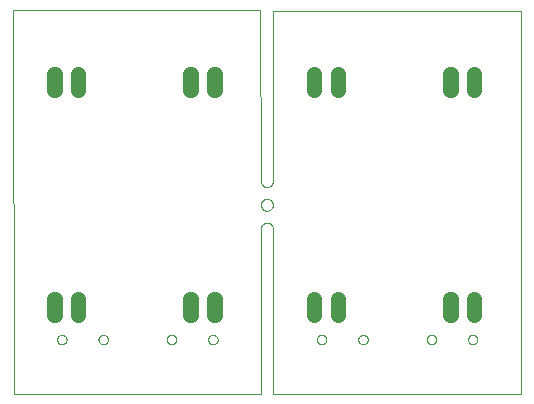
<source format=gbp>
G75*
%MOIN*%
%OFA0B0*%
%FSLAX25Y25*%
%IPPOS*%
%LPD*%
%AMOC8*
5,1,8,0,0,1.08239X$1,22.5*
%
%ADD10C,0.00394*%
%ADD11C,0.00000*%
%ADD12C,0.04500*%
D10*
X0001394Y0001197D02*
X0001197Y0129031D01*
X0083559Y0129031D01*
X0083756Y0072063D01*
X0083755Y0072063D02*
X0083757Y0071976D01*
X0083763Y0071889D01*
X0083772Y0071802D01*
X0083786Y0071716D01*
X0083803Y0071631D01*
X0083824Y0071546D01*
X0083849Y0071463D01*
X0083877Y0071380D01*
X0083909Y0071299D01*
X0083945Y0071220D01*
X0083984Y0071142D01*
X0084026Y0071066D01*
X0084072Y0070992D01*
X0084121Y0070920D01*
X0084173Y0070850D01*
X0084228Y0070783D01*
X0084286Y0070718D01*
X0084347Y0070655D01*
X0084411Y0070596D01*
X0084477Y0070539D01*
X0084546Y0070486D01*
X0084617Y0070435D01*
X0084690Y0070388D01*
X0084765Y0070343D01*
X0084842Y0070303D01*
X0084920Y0070265D01*
X0085001Y0070232D01*
X0085082Y0070201D01*
X0085165Y0070175D01*
X0085250Y0070152D01*
X0085335Y0070133D01*
X0085420Y0070118D01*
X0085507Y0070106D01*
X0085593Y0070098D01*
X0085680Y0070094D01*
X0085768Y0070094D01*
X0085855Y0070098D01*
X0085941Y0070106D01*
X0086028Y0070118D01*
X0086113Y0070133D01*
X0086198Y0070152D01*
X0086283Y0070175D01*
X0086366Y0070201D01*
X0086447Y0070232D01*
X0086528Y0070265D01*
X0086606Y0070303D01*
X0086683Y0070343D01*
X0086758Y0070388D01*
X0086831Y0070435D01*
X0086902Y0070486D01*
X0086971Y0070539D01*
X0087037Y0070596D01*
X0087101Y0070655D01*
X0087162Y0070718D01*
X0087220Y0070783D01*
X0087275Y0070850D01*
X0087327Y0070920D01*
X0087376Y0070992D01*
X0087422Y0071066D01*
X0087464Y0071142D01*
X0087503Y0071220D01*
X0087539Y0071299D01*
X0087571Y0071380D01*
X0087599Y0071463D01*
X0087624Y0071546D01*
X0087645Y0071631D01*
X0087662Y0071716D01*
X0087676Y0071802D01*
X0087685Y0071889D01*
X0087691Y0071976D01*
X0087693Y0072063D01*
X0087693Y0128874D01*
X0170370Y0128874D01*
X0170370Y0001197D01*
X0087693Y0001197D01*
X0087693Y0056315D01*
X0087691Y0056402D01*
X0087685Y0056489D01*
X0087676Y0056576D01*
X0087662Y0056662D01*
X0087645Y0056747D01*
X0087624Y0056832D01*
X0087599Y0056915D01*
X0087571Y0056998D01*
X0087539Y0057079D01*
X0087503Y0057158D01*
X0087464Y0057236D01*
X0087422Y0057312D01*
X0087376Y0057386D01*
X0087327Y0057458D01*
X0087275Y0057528D01*
X0087220Y0057595D01*
X0087162Y0057660D01*
X0087101Y0057723D01*
X0087037Y0057782D01*
X0086971Y0057839D01*
X0086902Y0057892D01*
X0086831Y0057943D01*
X0086758Y0057990D01*
X0086683Y0058035D01*
X0086606Y0058075D01*
X0086528Y0058113D01*
X0086447Y0058146D01*
X0086366Y0058177D01*
X0086283Y0058203D01*
X0086198Y0058226D01*
X0086113Y0058245D01*
X0086028Y0058260D01*
X0085941Y0058272D01*
X0085855Y0058280D01*
X0085768Y0058284D01*
X0085680Y0058284D01*
X0085593Y0058280D01*
X0085507Y0058272D01*
X0085420Y0058260D01*
X0085335Y0058245D01*
X0085250Y0058226D01*
X0085165Y0058203D01*
X0085082Y0058177D01*
X0085001Y0058146D01*
X0084920Y0058113D01*
X0084842Y0058075D01*
X0084765Y0058035D01*
X0084690Y0057990D01*
X0084617Y0057943D01*
X0084546Y0057892D01*
X0084477Y0057839D01*
X0084411Y0057782D01*
X0084347Y0057723D01*
X0084286Y0057660D01*
X0084228Y0057595D01*
X0084173Y0057528D01*
X0084121Y0057458D01*
X0084072Y0057386D01*
X0084026Y0057312D01*
X0083984Y0057236D01*
X0083945Y0057158D01*
X0083909Y0057079D01*
X0083877Y0056998D01*
X0083849Y0056915D01*
X0083824Y0056832D01*
X0083803Y0056747D01*
X0083786Y0056662D01*
X0083772Y0056576D01*
X0083763Y0056489D01*
X0083757Y0056402D01*
X0083755Y0056315D01*
X0083756Y0056315D02*
X0083756Y0001197D01*
X0001394Y0001197D01*
X0083755Y0064189D02*
X0083757Y0064277D01*
X0083763Y0064365D01*
X0083773Y0064453D01*
X0083787Y0064541D01*
X0083804Y0064627D01*
X0083826Y0064713D01*
X0083851Y0064797D01*
X0083881Y0064881D01*
X0083913Y0064963D01*
X0083950Y0065043D01*
X0083990Y0065122D01*
X0084034Y0065199D01*
X0084081Y0065274D01*
X0084131Y0065346D01*
X0084185Y0065417D01*
X0084241Y0065484D01*
X0084301Y0065550D01*
X0084363Y0065612D01*
X0084429Y0065672D01*
X0084496Y0065728D01*
X0084567Y0065782D01*
X0084639Y0065832D01*
X0084714Y0065879D01*
X0084791Y0065923D01*
X0084870Y0065963D01*
X0084950Y0066000D01*
X0085032Y0066032D01*
X0085116Y0066062D01*
X0085200Y0066087D01*
X0085286Y0066109D01*
X0085372Y0066126D01*
X0085460Y0066140D01*
X0085548Y0066150D01*
X0085636Y0066156D01*
X0085724Y0066158D01*
X0085812Y0066156D01*
X0085900Y0066150D01*
X0085988Y0066140D01*
X0086076Y0066126D01*
X0086162Y0066109D01*
X0086248Y0066087D01*
X0086332Y0066062D01*
X0086416Y0066032D01*
X0086498Y0066000D01*
X0086578Y0065963D01*
X0086657Y0065923D01*
X0086734Y0065879D01*
X0086809Y0065832D01*
X0086881Y0065782D01*
X0086952Y0065728D01*
X0087019Y0065672D01*
X0087085Y0065612D01*
X0087147Y0065550D01*
X0087207Y0065484D01*
X0087263Y0065417D01*
X0087317Y0065346D01*
X0087367Y0065274D01*
X0087414Y0065199D01*
X0087458Y0065122D01*
X0087498Y0065043D01*
X0087535Y0064963D01*
X0087567Y0064881D01*
X0087597Y0064797D01*
X0087622Y0064713D01*
X0087644Y0064627D01*
X0087661Y0064541D01*
X0087675Y0064453D01*
X0087685Y0064365D01*
X0087691Y0064277D01*
X0087693Y0064189D01*
X0087691Y0064101D01*
X0087685Y0064013D01*
X0087675Y0063925D01*
X0087661Y0063837D01*
X0087644Y0063751D01*
X0087622Y0063665D01*
X0087597Y0063581D01*
X0087567Y0063497D01*
X0087535Y0063415D01*
X0087498Y0063335D01*
X0087458Y0063256D01*
X0087414Y0063179D01*
X0087367Y0063104D01*
X0087317Y0063032D01*
X0087263Y0062961D01*
X0087207Y0062894D01*
X0087147Y0062828D01*
X0087085Y0062766D01*
X0087019Y0062706D01*
X0086952Y0062650D01*
X0086881Y0062596D01*
X0086809Y0062546D01*
X0086734Y0062499D01*
X0086657Y0062455D01*
X0086578Y0062415D01*
X0086498Y0062378D01*
X0086416Y0062346D01*
X0086332Y0062316D01*
X0086248Y0062291D01*
X0086162Y0062269D01*
X0086076Y0062252D01*
X0085988Y0062238D01*
X0085900Y0062228D01*
X0085812Y0062222D01*
X0085724Y0062220D01*
X0085636Y0062222D01*
X0085548Y0062228D01*
X0085460Y0062238D01*
X0085372Y0062252D01*
X0085286Y0062269D01*
X0085200Y0062291D01*
X0085116Y0062316D01*
X0085032Y0062346D01*
X0084950Y0062378D01*
X0084870Y0062415D01*
X0084791Y0062455D01*
X0084714Y0062499D01*
X0084639Y0062546D01*
X0084567Y0062596D01*
X0084496Y0062650D01*
X0084429Y0062706D01*
X0084363Y0062766D01*
X0084301Y0062828D01*
X0084241Y0062894D01*
X0084185Y0062961D01*
X0084131Y0063032D01*
X0084081Y0063104D01*
X0084034Y0063179D01*
X0083990Y0063256D01*
X0083950Y0063335D01*
X0083913Y0063415D01*
X0083881Y0063497D01*
X0083851Y0063581D01*
X0083826Y0063665D01*
X0083804Y0063751D01*
X0083787Y0063837D01*
X0083773Y0063925D01*
X0083763Y0064013D01*
X0083757Y0064101D01*
X0083755Y0064189D01*
D11*
X0066157Y0019268D02*
X0066159Y0019347D01*
X0066165Y0019426D01*
X0066175Y0019505D01*
X0066189Y0019583D01*
X0066206Y0019660D01*
X0066228Y0019736D01*
X0066253Y0019811D01*
X0066283Y0019884D01*
X0066315Y0019956D01*
X0066352Y0020027D01*
X0066392Y0020095D01*
X0066435Y0020161D01*
X0066481Y0020225D01*
X0066531Y0020287D01*
X0066584Y0020346D01*
X0066639Y0020402D01*
X0066698Y0020456D01*
X0066759Y0020506D01*
X0066822Y0020554D01*
X0066888Y0020598D01*
X0066956Y0020639D01*
X0067026Y0020676D01*
X0067097Y0020710D01*
X0067171Y0020740D01*
X0067245Y0020766D01*
X0067321Y0020788D01*
X0067398Y0020807D01*
X0067476Y0020822D01*
X0067554Y0020833D01*
X0067633Y0020840D01*
X0067712Y0020843D01*
X0067791Y0020842D01*
X0067870Y0020837D01*
X0067949Y0020828D01*
X0068027Y0020815D01*
X0068104Y0020798D01*
X0068181Y0020778D01*
X0068256Y0020753D01*
X0068330Y0020725D01*
X0068403Y0020693D01*
X0068473Y0020658D01*
X0068542Y0020619D01*
X0068609Y0020576D01*
X0068674Y0020530D01*
X0068736Y0020482D01*
X0068796Y0020430D01*
X0068853Y0020375D01*
X0068907Y0020317D01*
X0068958Y0020257D01*
X0069006Y0020194D01*
X0069051Y0020129D01*
X0069093Y0020061D01*
X0069131Y0019992D01*
X0069165Y0019921D01*
X0069196Y0019848D01*
X0069224Y0019773D01*
X0069247Y0019698D01*
X0069267Y0019621D01*
X0069283Y0019544D01*
X0069295Y0019465D01*
X0069303Y0019387D01*
X0069307Y0019308D01*
X0069307Y0019228D01*
X0069303Y0019149D01*
X0069295Y0019071D01*
X0069283Y0018992D01*
X0069267Y0018915D01*
X0069247Y0018838D01*
X0069224Y0018763D01*
X0069196Y0018688D01*
X0069165Y0018615D01*
X0069131Y0018544D01*
X0069093Y0018475D01*
X0069051Y0018407D01*
X0069006Y0018342D01*
X0068958Y0018279D01*
X0068907Y0018219D01*
X0068853Y0018161D01*
X0068796Y0018106D01*
X0068736Y0018054D01*
X0068674Y0018006D01*
X0068609Y0017960D01*
X0068542Y0017917D01*
X0068473Y0017878D01*
X0068403Y0017843D01*
X0068330Y0017811D01*
X0068256Y0017783D01*
X0068181Y0017758D01*
X0068104Y0017738D01*
X0068027Y0017721D01*
X0067949Y0017708D01*
X0067870Y0017699D01*
X0067791Y0017694D01*
X0067712Y0017693D01*
X0067633Y0017696D01*
X0067554Y0017703D01*
X0067476Y0017714D01*
X0067398Y0017729D01*
X0067321Y0017748D01*
X0067245Y0017770D01*
X0067171Y0017796D01*
X0067097Y0017826D01*
X0067026Y0017860D01*
X0066956Y0017897D01*
X0066888Y0017938D01*
X0066822Y0017982D01*
X0066759Y0018030D01*
X0066698Y0018080D01*
X0066639Y0018134D01*
X0066584Y0018190D01*
X0066531Y0018249D01*
X0066481Y0018311D01*
X0066435Y0018375D01*
X0066392Y0018441D01*
X0066352Y0018509D01*
X0066315Y0018580D01*
X0066283Y0018652D01*
X0066253Y0018725D01*
X0066228Y0018800D01*
X0066206Y0018876D01*
X0066189Y0018953D01*
X0066175Y0019031D01*
X0066165Y0019110D01*
X0066159Y0019189D01*
X0066157Y0019268D01*
X0052378Y0019268D02*
X0052380Y0019347D01*
X0052386Y0019426D01*
X0052396Y0019505D01*
X0052410Y0019583D01*
X0052427Y0019660D01*
X0052449Y0019736D01*
X0052474Y0019811D01*
X0052504Y0019884D01*
X0052536Y0019956D01*
X0052573Y0020027D01*
X0052613Y0020095D01*
X0052656Y0020161D01*
X0052702Y0020225D01*
X0052752Y0020287D01*
X0052805Y0020346D01*
X0052860Y0020402D01*
X0052919Y0020456D01*
X0052980Y0020506D01*
X0053043Y0020554D01*
X0053109Y0020598D01*
X0053177Y0020639D01*
X0053247Y0020676D01*
X0053318Y0020710D01*
X0053392Y0020740D01*
X0053466Y0020766D01*
X0053542Y0020788D01*
X0053619Y0020807D01*
X0053697Y0020822D01*
X0053775Y0020833D01*
X0053854Y0020840D01*
X0053933Y0020843D01*
X0054012Y0020842D01*
X0054091Y0020837D01*
X0054170Y0020828D01*
X0054248Y0020815D01*
X0054325Y0020798D01*
X0054402Y0020778D01*
X0054477Y0020753D01*
X0054551Y0020725D01*
X0054624Y0020693D01*
X0054694Y0020658D01*
X0054763Y0020619D01*
X0054830Y0020576D01*
X0054895Y0020530D01*
X0054957Y0020482D01*
X0055017Y0020430D01*
X0055074Y0020375D01*
X0055128Y0020317D01*
X0055179Y0020257D01*
X0055227Y0020194D01*
X0055272Y0020129D01*
X0055314Y0020061D01*
X0055352Y0019992D01*
X0055386Y0019921D01*
X0055417Y0019848D01*
X0055445Y0019773D01*
X0055468Y0019698D01*
X0055488Y0019621D01*
X0055504Y0019544D01*
X0055516Y0019465D01*
X0055524Y0019387D01*
X0055528Y0019308D01*
X0055528Y0019228D01*
X0055524Y0019149D01*
X0055516Y0019071D01*
X0055504Y0018992D01*
X0055488Y0018915D01*
X0055468Y0018838D01*
X0055445Y0018763D01*
X0055417Y0018688D01*
X0055386Y0018615D01*
X0055352Y0018544D01*
X0055314Y0018475D01*
X0055272Y0018407D01*
X0055227Y0018342D01*
X0055179Y0018279D01*
X0055128Y0018219D01*
X0055074Y0018161D01*
X0055017Y0018106D01*
X0054957Y0018054D01*
X0054895Y0018006D01*
X0054830Y0017960D01*
X0054763Y0017917D01*
X0054694Y0017878D01*
X0054624Y0017843D01*
X0054551Y0017811D01*
X0054477Y0017783D01*
X0054402Y0017758D01*
X0054325Y0017738D01*
X0054248Y0017721D01*
X0054170Y0017708D01*
X0054091Y0017699D01*
X0054012Y0017694D01*
X0053933Y0017693D01*
X0053854Y0017696D01*
X0053775Y0017703D01*
X0053697Y0017714D01*
X0053619Y0017729D01*
X0053542Y0017748D01*
X0053466Y0017770D01*
X0053392Y0017796D01*
X0053318Y0017826D01*
X0053247Y0017860D01*
X0053177Y0017897D01*
X0053109Y0017938D01*
X0053043Y0017982D01*
X0052980Y0018030D01*
X0052919Y0018080D01*
X0052860Y0018134D01*
X0052805Y0018190D01*
X0052752Y0018249D01*
X0052702Y0018311D01*
X0052656Y0018375D01*
X0052613Y0018441D01*
X0052573Y0018509D01*
X0052536Y0018580D01*
X0052504Y0018652D01*
X0052474Y0018725D01*
X0052449Y0018800D01*
X0052427Y0018876D01*
X0052410Y0018953D01*
X0052396Y0019031D01*
X0052386Y0019110D01*
X0052380Y0019189D01*
X0052378Y0019268D01*
X0029582Y0019268D02*
X0029584Y0019347D01*
X0029590Y0019426D01*
X0029600Y0019505D01*
X0029614Y0019583D01*
X0029631Y0019660D01*
X0029653Y0019736D01*
X0029678Y0019811D01*
X0029708Y0019884D01*
X0029740Y0019956D01*
X0029777Y0020027D01*
X0029817Y0020095D01*
X0029860Y0020161D01*
X0029906Y0020225D01*
X0029956Y0020287D01*
X0030009Y0020346D01*
X0030064Y0020402D01*
X0030123Y0020456D01*
X0030184Y0020506D01*
X0030247Y0020554D01*
X0030313Y0020598D01*
X0030381Y0020639D01*
X0030451Y0020676D01*
X0030522Y0020710D01*
X0030596Y0020740D01*
X0030670Y0020766D01*
X0030746Y0020788D01*
X0030823Y0020807D01*
X0030901Y0020822D01*
X0030979Y0020833D01*
X0031058Y0020840D01*
X0031137Y0020843D01*
X0031216Y0020842D01*
X0031295Y0020837D01*
X0031374Y0020828D01*
X0031452Y0020815D01*
X0031529Y0020798D01*
X0031606Y0020778D01*
X0031681Y0020753D01*
X0031755Y0020725D01*
X0031828Y0020693D01*
X0031898Y0020658D01*
X0031967Y0020619D01*
X0032034Y0020576D01*
X0032099Y0020530D01*
X0032161Y0020482D01*
X0032221Y0020430D01*
X0032278Y0020375D01*
X0032332Y0020317D01*
X0032383Y0020257D01*
X0032431Y0020194D01*
X0032476Y0020129D01*
X0032518Y0020061D01*
X0032556Y0019992D01*
X0032590Y0019921D01*
X0032621Y0019848D01*
X0032649Y0019773D01*
X0032672Y0019698D01*
X0032692Y0019621D01*
X0032708Y0019544D01*
X0032720Y0019465D01*
X0032728Y0019387D01*
X0032732Y0019308D01*
X0032732Y0019228D01*
X0032728Y0019149D01*
X0032720Y0019071D01*
X0032708Y0018992D01*
X0032692Y0018915D01*
X0032672Y0018838D01*
X0032649Y0018763D01*
X0032621Y0018688D01*
X0032590Y0018615D01*
X0032556Y0018544D01*
X0032518Y0018475D01*
X0032476Y0018407D01*
X0032431Y0018342D01*
X0032383Y0018279D01*
X0032332Y0018219D01*
X0032278Y0018161D01*
X0032221Y0018106D01*
X0032161Y0018054D01*
X0032099Y0018006D01*
X0032034Y0017960D01*
X0031967Y0017917D01*
X0031898Y0017878D01*
X0031828Y0017843D01*
X0031755Y0017811D01*
X0031681Y0017783D01*
X0031606Y0017758D01*
X0031529Y0017738D01*
X0031452Y0017721D01*
X0031374Y0017708D01*
X0031295Y0017699D01*
X0031216Y0017694D01*
X0031137Y0017693D01*
X0031058Y0017696D01*
X0030979Y0017703D01*
X0030901Y0017714D01*
X0030823Y0017729D01*
X0030746Y0017748D01*
X0030670Y0017770D01*
X0030596Y0017796D01*
X0030522Y0017826D01*
X0030451Y0017860D01*
X0030381Y0017897D01*
X0030313Y0017938D01*
X0030247Y0017982D01*
X0030184Y0018030D01*
X0030123Y0018080D01*
X0030064Y0018134D01*
X0030009Y0018190D01*
X0029956Y0018249D01*
X0029906Y0018311D01*
X0029860Y0018375D01*
X0029817Y0018441D01*
X0029777Y0018509D01*
X0029740Y0018580D01*
X0029708Y0018652D01*
X0029678Y0018725D01*
X0029653Y0018800D01*
X0029631Y0018876D01*
X0029614Y0018953D01*
X0029600Y0019031D01*
X0029590Y0019110D01*
X0029584Y0019189D01*
X0029582Y0019268D01*
X0015803Y0019268D02*
X0015805Y0019347D01*
X0015811Y0019426D01*
X0015821Y0019505D01*
X0015835Y0019583D01*
X0015852Y0019660D01*
X0015874Y0019736D01*
X0015899Y0019811D01*
X0015929Y0019884D01*
X0015961Y0019956D01*
X0015998Y0020027D01*
X0016038Y0020095D01*
X0016081Y0020161D01*
X0016127Y0020225D01*
X0016177Y0020287D01*
X0016230Y0020346D01*
X0016285Y0020402D01*
X0016344Y0020456D01*
X0016405Y0020506D01*
X0016468Y0020554D01*
X0016534Y0020598D01*
X0016602Y0020639D01*
X0016672Y0020676D01*
X0016743Y0020710D01*
X0016817Y0020740D01*
X0016891Y0020766D01*
X0016967Y0020788D01*
X0017044Y0020807D01*
X0017122Y0020822D01*
X0017200Y0020833D01*
X0017279Y0020840D01*
X0017358Y0020843D01*
X0017437Y0020842D01*
X0017516Y0020837D01*
X0017595Y0020828D01*
X0017673Y0020815D01*
X0017750Y0020798D01*
X0017827Y0020778D01*
X0017902Y0020753D01*
X0017976Y0020725D01*
X0018049Y0020693D01*
X0018119Y0020658D01*
X0018188Y0020619D01*
X0018255Y0020576D01*
X0018320Y0020530D01*
X0018382Y0020482D01*
X0018442Y0020430D01*
X0018499Y0020375D01*
X0018553Y0020317D01*
X0018604Y0020257D01*
X0018652Y0020194D01*
X0018697Y0020129D01*
X0018739Y0020061D01*
X0018777Y0019992D01*
X0018811Y0019921D01*
X0018842Y0019848D01*
X0018870Y0019773D01*
X0018893Y0019698D01*
X0018913Y0019621D01*
X0018929Y0019544D01*
X0018941Y0019465D01*
X0018949Y0019387D01*
X0018953Y0019308D01*
X0018953Y0019228D01*
X0018949Y0019149D01*
X0018941Y0019071D01*
X0018929Y0018992D01*
X0018913Y0018915D01*
X0018893Y0018838D01*
X0018870Y0018763D01*
X0018842Y0018688D01*
X0018811Y0018615D01*
X0018777Y0018544D01*
X0018739Y0018475D01*
X0018697Y0018407D01*
X0018652Y0018342D01*
X0018604Y0018279D01*
X0018553Y0018219D01*
X0018499Y0018161D01*
X0018442Y0018106D01*
X0018382Y0018054D01*
X0018320Y0018006D01*
X0018255Y0017960D01*
X0018188Y0017917D01*
X0018119Y0017878D01*
X0018049Y0017843D01*
X0017976Y0017811D01*
X0017902Y0017783D01*
X0017827Y0017758D01*
X0017750Y0017738D01*
X0017673Y0017721D01*
X0017595Y0017708D01*
X0017516Y0017699D01*
X0017437Y0017694D01*
X0017358Y0017693D01*
X0017279Y0017696D01*
X0017200Y0017703D01*
X0017122Y0017714D01*
X0017044Y0017729D01*
X0016967Y0017748D01*
X0016891Y0017770D01*
X0016817Y0017796D01*
X0016743Y0017826D01*
X0016672Y0017860D01*
X0016602Y0017897D01*
X0016534Y0017938D01*
X0016468Y0017982D01*
X0016405Y0018030D01*
X0016344Y0018080D01*
X0016285Y0018134D01*
X0016230Y0018190D01*
X0016177Y0018249D01*
X0016127Y0018311D01*
X0016081Y0018375D01*
X0016038Y0018441D01*
X0015998Y0018509D01*
X0015961Y0018580D01*
X0015929Y0018652D01*
X0015899Y0018725D01*
X0015874Y0018800D01*
X0015852Y0018876D01*
X0015835Y0018953D01*
X0015821Y0019031D01*
X0015811Y0019110D01*
X0015805Y0019189D01*
X0015803Y0019268D01*
X0102417Y0019268D02*
X0102419Y0019347D01*
X0102425Y0019426D01*
X0102435Y0019505D01*
X0102449Y0019583D01*
X0102466Y0019660D01*
X0102488Y0019736D01*
X0102513Y0019811D01*
X0102543Y0019884D01*
X0102575Y0019956D01*
X0102612Y0020027D01*
X0102652Y0020095D01*
X0102695Y0020161D01*
X0102741Y0020225D01*
X0102791Y0020287D01*
X0102844Y0020346D01*
X0102899Y0020402D01*
X0102958Y0020456D01*
X0103019Y0020506D01*
X0103082Y0020554D01*
X0103148Y0020598D01*
X0103216Y0020639D01*
X0103286Y0020676D01*
X0103357Y0020710D01*
X0103431Y0020740D01*
X0103505Y0020766D01*
X0103581Y0020788D01*
X0103658Y0020807D01*
X0103736Y0020822D01*
X0103814Y0020833D01*
X0103893Y0020840D01*
X0103972Y0020843D01*
X0104051Y0020842D01*
X0104130Y0020837D01*
X0104209Y0020828D01*
X0104287Y0020815D01*
X0104364Y0020798D01*
X0104441Y0020778D01*
X0104516Y0020753D01*
X0104590Y0020725D01*
X0104663Y0020693D01*
X0104733Y0020658D01*
X0104802Y0020619D01*
X0104869Y0020576D01*
X0104934Y0020530D01*
X0104996Y0020482D01*
X0105056Y0020430D01*
X0105113Y0020375D01*
X0105167Y0020317D01*
X0105218Y0020257D01*
X0105266Y0020194D01*
X0105311Y0020129D01*
X0105353Y0020061D01*
X0105391Y0019992D01*
X0105425Y0019921D01*
X0105456Y0019848D01*
X0105484Y0019773D01*
X0105507Y0019698D01*
X0105527Y0019621D01*
X0105543Y0019544D01*
X0105555Y0019465D01*
X0105563Y0019387D01*
X0105567Y0019308D01*
X0105567Y0019228D01*
X0105563Y0019149D01*
X0105555Y0019071D01*
X0105543Y0018992D01*
X0105527Y0018915D01*
X0105507Y0018838D01*
X0105484Y0018763D01*
X0105456Y0018688D01*
X0105425Y0018615D01*
X0105391Y0018544D01*
X0105353Y0018475D01*
X0105311Y0018407D01*
X0105266Y0018342D01*
X0105218Y0018279D01*
X0105167Y0018219D01*
X0105113Y0018161D01*
X0105056Y0018106D01*
X0104996Y0018054D01*
X0104934Y0018006D01*
X0104869Y0017960D01*
X0104802Y0017917D01*
X0104733Y0017878D01*
X0104663Y0017843D01*
X0104590Y0017811D01*
X0104516Y0017783D01*
X0104441Y0017758D01*
X0104364Y0017738D01*
X0104287Y0017721D01*
X0104209Y0017708D01*
X0104130Y0017699D01*
X0104051Y0017694D01*
X0103972Y0017693D01*
X0103893Y0017696D01*
X0103814Y0017703D01*
X0103736Y0017714D01*
X0103658Y0017729D01*
X0103581Y0017748D01*
X0103505Y0017770D01*
X0103431Y0017796D01*
X0103357Y0017826D01*
X0103286Y0017860D01*
X0103216Y0017897D01*
X0103148Y0017938D01*
X0103082Y0017982D01*
X0103019Y0018030D01*
X0102958Y0018080D01*
X0102899Y0018134D01*
X0102844Y0018190D01*
X0102791Y0018249D01*
X0102741Y0018311D01*
X0102695Y0018375D01*
X0102652Y0018441D01*
X0102612Y0018509D01*
X0102575Y0018580D01*
X0102543Y0018652D01*
X0102513Y0018725D01*
X0102488Y0018800D01*
X0102466Y0018876D01*
X0102449Y0018953D01*
X0102435Y0019031D01*
X0102425Y0019110D01*
X0102419Y0019189D01*
X0102417Y0019268D01*
X0116197Y0019268D02*
X0116199Y0019347D01*
X0116205Y0019426D01*
X0116215Y0019505D01*
X0116229Y0019583D01*
X0116246Y0019660D01*
X0116268Y0019736D01*
X0116293Y0019811D01*
X0116323Y0019884D01*
X0116355Y0019956D01*
X0116392Y0020027D01*
X0116432Y0020095D01*
X0116475Y0020161D01*
X0116521Y0020225D01*
X0116571Y0020287D01*
X0116624Y0020346D01*
X0116679Y0020402D01*
X0116738Y0020456D01*
X0116799Y0020506D01*
X0116862Y0020554D01*
X0116928Y0020598D01*
X0116996Y0020639D01*
X0117066Y0020676D01*
X0117137Y0020710D01*
X0117211Y0020740D01*
X0117285Y0020766D01*
X0117361Y0020788D01*
X0117438Y0020807D01*
X0117516Y0020822D01*
X0117594Y0020833D01*
X0117673Y0020840D01*
X0117752Y0020843D01*
X0117831Y0020842D01*
X0117910Y0020837D01*
X0117989Y0020828D01*
X0118067Y0020815D01*
X0118144Y0020798D01*
X0118221Y0020778D01*
X0118296Y0020753D01*
X0118370Y0020725D01*
X0118443Y0020693D01*
X0118513Y0020658D01*
X0118582Y0020619D01*
X0118649Y0020576D01*
X0118714Y0020530D01*
X0118776Y0020482D01*
X0118836Y0020430D01*
X0118893Y0020375D01*
X0118947Y0020317D01*
X0118998Y0020257D01*
X0119046Y0020194D01*
X0119091Y0020129D01*
X0119133Y0020061D01*
X0119171Y0019992D01*
X0119205Y0019921D01*
X0119236Y0019848D01*
X0119264Y0019773D01*
X0119287Y0019698D01*
X0119307Y0019621D01*
X0119323Y0019544D01*
X0119335Y0019465D01*
X0119343Y0019387D01*
X0119347Y0019308D01*
X0119347Y0019228D01*
X0119343Y0019149D01*
X0119335Y0019071D01*
X0119323Y0018992D01*
X0119307Y0018915D01*
X0119287Y0018838D01*
X0119264Y0018763D01*
X0119236Y0018688D01*
X0119205Y0018615D01*
X0119171Y0018544D01*
X0119133Y0018475D01*
X0119091Y0018407D01*
X0119046Y0018342D01*
X0118998Y0018279D01*
X0118947Y0018219D01*
X0118893Y0018161D01*
X0118836Y0018106D01*
X0118776Y0018054D01*
X0118714Y0018006D01*
X0118649Y0017960D01*
X0118582Y0017917D01*
X0118513Y0017878D01*
X0118443Y0017843D01*
X0118370Y0017811D01*
X0118296Y0017783D01*
X0118221Y0017758D01*
X0118144Y0017738D01*
X0118067Y0017721D01*
X0117989Y0017708D01*
X0117910Y0017699D01*
X0117831Y0017694D01*
X0117752Y0017693D01*
X0117673Y0017696D01*
X0117594Y0017703D01*
X0117516Y0017714D01*
X0117438Y0017729D01*
X0117361Y0017748D01*
X0117285Y0017770D01*
X0117211Y0017796D01*
X0117137Y0017826D01*
X0117066Y0017860D01*
X0116996Y0017897D01*
X0116928Y0017938D01*
X0116862Y0017982D01*
X0116799Y0018030D01*
X0116738Y0018080D01*
X0116679Y0018134D01*
X0116624Y0018190D01*
X0116571Y0018249D01*
X0116521Y0018311D01*
X0116475Y0018375D01*
X0116432Y0018441D01*
X0116392Y0018509D01*
X0116355Y0018580D01*
X0116323Y0018652D01*
X0116293Y0018725D01*
X0116268Y0018800D01*
X0116246Y0018876D01*
X0116229Y0018953D01*
X0116215Y0019031D01*
X0116205Y0019110D01*
X0116199Y0019189D01*
X0116197Y0019268D01*
X0138992Y0019268D02*
X0138994Y0019347D01*
X0139000Y0019426D01*
X0139010Y0019505D01*
X0139024Y0019583D01*
X0139041Y0019660D01*
X0139063Y0019736D01*
X0139088Y0019811D01*
X0139118Y0019884D01*
X0139150Y0019956D01*
X0139187Y0020027D01*
X0139227Y0020095D01*
X0139270Y0020161D01*
X0139316Y0020225D01*
X0139366Y0020287D01*
X0139419Y0020346D01*
X0139474Y0020402D01*
X0139533Y0020456D01*
X0139594Y0020506D01*
X0139657Y0020554D01*
X0139723Y0020598D01*
X0139791Y0020639D01*
X0139861Y0020676D01*
X0139932Y0020710D01*
X0140006Y0020740D01*
X0140080Y0020766D01*
X0140156Y0020788D01*
X0140233Y0020807D01*
X0140311Y0020822D01*
X0140389Y0020833D01*
X0140468Y0020840D01*
X0140547Y0020843D01*
X0140626Y0020842D01*
X0140705Y0020837D01*
X0140784Y0020828D01*
X0140862Y0020815D01*
X0140939Y0020798D01*
X0141016Y0020778D01*
X0141091Y0020753D01*
X0141165Y0020725D01*
X0141238Y0020693D01*
X0141308Y0020658D01*
X0141377Y0020619D01*
X0141444Y0020576D01*
X0141509Y0020530D01*
X0141571Y0020482D01*
X0141631Y0020430D01*
X0141688Y0020375D01*
X0141742Y0020317D01*
X0141793Y0020257D01*
X0141841Y0020194D01*
X0141886Y0020129D01*
X0141928Y0020061D01*
X0141966Y0019992D01*
X0142000Y0019921D01*
X0142031Y0019848D01*
X0142059Y0019773D01*
X0142082Y0019698D01*
X0142102Y0019621D01*
X0142118Y0019544D01*
X0142130Y0019465D01*
X0142138Y0019387D01*
X0142142Y0019308D01*
X0142142Y0019228D01*
X0142138Y0019149D01*
X0142130Y0019071D01*
X0142118Y0018992D01*
X0142102Y0018915D01*
X0142082Y0018838D01*
X0142059Y0018763D01*
X0142031Y0018688D01*
X0142000Y0018615D01*
X0141966Y0018544D01*
X0141928Y0018475D01*
X0141886Y0018407D01*
X0141841Y0018342D01*
X0141793Y0018279D01*
X0141742Y0018219D01*
X0141688Y0018161D01*
X0141631Y0018106D01*
X0141571Y0018054D01*
X0141509Y0018006D01*
X0141444Y0017960D01*
X0141377Y0017917D01*
X0141308Y0017878D01*
X0141238Y0017843D01*
X0141165Y0017811D01*
X0141091Y0017783D01*
X0141016Y0017758D01*
X0140939Y0017738D01*
X0140862Y0017721D01*
X0140784Y0017708D01*
X0140705Y0017699D01*
X0140626Y0017694D01*
X0140547Y0017693D01*
X0140468Y0017696D01*
X0140389Y0017703D01*
X0140311Y0017714D01*
X0140233Y0017729D01*
X0140156Y0017748D01*
X0140080Y0017770D01*
X0140006Y0017796D01*
X0139932Y0017826D01*
X0139861Y0017860D01*
X0139791Y0017897D01*
X0139723Y0017938D01*
X0139657Y0017982D01*
X0139594Y0018030D01*
X0139533Y0018080D01*
X0139474Y0018134D01*
X0139419Y0018190D01*
X0139366Y0018249D01*
X0139316Y0018311D01*
X0139270Y0018375D01*
X0139227Y0018441D01*
X0139187Y0018509D01*
X0139150Y0018580D01*
X0139118Y0018652D01*
X0139088Y0018725D01*
X0139063Y0018800D01*
X0139041Y0018876D01*
X0139024Y0018953D01*
X0139010Y0019031D01*
X0139000Y0019110D01*
X0138994Y0019189D01*
X0138992Y0019268D01*
X0152771Y0019268D02*
X0152773Y0019347D01*
X0152779Y0019426D01*
X0152789Y0019505D01*
X0152803Y0019583D01*
X0152820Y0019660D01*
X0152842Y0019736D01*
X0152867Y0019811D01*
X0152897Y0019884D01*
X0152929Y0019956D01*
X0152966Y0020027D01*
X0153006Y0020095D01*
X0153049Y0020161D01*
X0153095Y0020225D01*
X0153145Y0020287D01*
X0153198Y0020346D01*
X0153253Y0020402D01*
X0153312Y0020456D01*
X0153373Y0020506D01*
X0153436Y0020554D01*
X0153502Y0020598D01*
X0153570Y0020639D01*
X0153640Y0020676D01*
X0153711Y0020710D01*
X0153785Y0020740D01*
X0153859Y0020766D01*
X0153935Y0020788D01*
X0154012Y0020807D01*
X0154090Y0020822D01*
X0154168Y0020833D01*
X0154247Y0020840D01*
X0154326Y0020843D01*
X0154405Y0020842D01*
X0154484Y0020837D01*
X0154563Y0020828D01*
X0154641Y0020815D01*
X0154718Y0020798D01*
X0154795Y0020778D01*
X0154870Y0020753D01*
X0154944Y0020725D01*
X0155017Y0020693D01*
X0155087Y0020658D01*
X0155156Y0020619D01*
X0155223Y0020576D01*
X0155288Y0020530D01*
X0155350Y0020482D01*
X0155410Y0020430D01*
X0155467Y0020375D01*
X0155521Y0020317D01*
X0155572Y0020257D01*
X0155620Y0020194D01*
X0155665Y0020129D01*
X0155707Y0020061D01*
X0155745Y0019992D01*
X0155779Y0019921D01*
X0155810Y0019848D01*
X0155838Y0019773D01*
X0155861Y0019698D01*
X0155881Y0019621D01*
X0155897Y0019544D01*
X0155909Y0019465D01*
X0155917Y0019387D01*
X0155921Y0019308D01*
X0155921Y0019228D01*
X0155917Y0019149D01*
X0155909Y0019071D01*
X0155897Y0018992D01*
X0155881Y0018915D01*
X0155861Y0018838D01*
X0155838Y0018763D01*
X0155810Y0018688D01*
X0155779Y0018615D01*
X0155745Y0018544D01*
X0155707Y0018475D01*
X0155665Y0018407D01*
X0155620Y0018342D01*
X0155572Y0018279D01*
X0155521Y0018219D01*
X0155467Y0018161D01*
X0155410Y0018106D01*
X0155350Y0018054D01*
X0155288Y0018006D01*
X0155223Y0017960D01*
X0155156Y0017917D01*
X0155087Y0017878D01*
X0155017Y0017843D01*
X0154944Y0017811D01*
X0154870Y0017783D01*
X0154795Y0017758D01*
X0154718Y0017738D01*
X0154641Y0017721D01*
X0154563Y0017708D01*
X0154484Y0017699D01*
X0154405Y0017694D01*
X0154326Y0017693D01*
X0154247Y0017696D01*
X0154168Y0017703D01*
X0154090Y0017714D01*
X0154012Y0017729D01*
X0153935Y0017748D01*
X0153859Y0017770D01*
X0153785Y0017796D01*
X0153711Y0017826D01*
X0153640Y0017860D01*
X0153570Y0017897D01*
X0153502Y0017938D01*
X0153436Y0017982D01*
X0153373Y0018030D01*
X0153312Y0018080D01*
X0153253Y0018134D01*
X0153198Y0018190D01*
X0153145Y0018249D01*
X0153095Y0018311D01*
X0153049Y0018375D01*
X0153006Y0018441D01*
X0152966Y0018509D01*
X0152929Y0018580D01*
X0152897Y0018652D01*
X0152867Y0018725D01*
X0152842Y0018800D01*
X0152820Y0018876D01*
X0152803Y0018953D01*
X0152789Y0019031D01*
X0152779Y0019110D01*
X0152773Y0019189D01*
X0152771Y0019268D01*
D12*
X0154719Y0027187D02*
X0154719Y0032687D01*
X0155219Y0032687D01*
X0155219Y0027187D01*
X0154719Y0027187D01*
X0154719Y0031686D02*
X0155219Y0031686D01*
X0146819Y0032687D02*
X0146819Y0027187D01*
X0146819Y0032687D02*
X0147319Y0032687D01*
X0147319Y0027187D01*
X0146819Y0027187D01*
X0146819Y0031686D02*
X0147319Y0031686D01*
X0109319Y0032687D02*
X0109319Y0027187D01*
X0109319Y0032687D02*
X0109819Y0032687D01*
X0109819Y0027187D01*
X0109319Y0027187D01*
X0109319Y0031686D02*
X0109819Y0031686D01*
X0101419Y0032687D02*
X0101419Y0027187D01*
X0101419Y0032687D02*
X0101919Y0032687D01*
X0101919Y0027187D01*
X0101419Y0027187D01*
X0101419Y0031686D02*
X0101919Y0031686D01*
X0068105Y0032687D02*
X0068105Y0027187D01*
X0068105Y0032687D02*
X0068605Y0032687D01*
X0068605Y0027187D01*
X0068105Y0027187D01*
X0068105Y0031686D02*
X0068605Y0031686D01*
X0060205Y0032687D02*
X0060205Y0027187D01*
X0060205Y0032687D02*
X0060705Y0032687D01*
X0060705Y0027187D01*
X0060205Y0027187D01*
X0060205Y0031686D02*
X0060705Y0031686D01*
X0022705Y0032687D02*
X0022705Y0027187D01*
X0022705Y0032687D02*
X0023205Y0032687D01*
X0023205Y0027187D01*
X0022705Y0027187D01*
X0022705Y0031686D02*
X0023205Y0031686D01*
X0014805Y0032687D02*
X0014805Y0027187D01*
X0014805Y0032687D02*
X0015305Y0032687D01*
X0015305Y0027187D01*
X0014805Y0027187D01*
X0014805Y0031686D02*
X0015305Y0031686D01*
X0014805Y0102187D02*
X0014805Y0107687D01*
X0015305Y0107687D01*
X0015305Y0102187D01*
X0014805Y0102187D01*
X0014805Y0106686D02*
X0015305Y0106686D01*
X0022705Y0107687D02*
X0022705Y0102187D01*
X0022705Y0107687D02*
X0023205Y0107687D01*
X0023205Y0102187D01*
X0022705Y0102187D01*
X0022705Y0106686D02*
X0023205Y0106686D01*
X0060205Y0107687D02*
X0060205Y0102187D01*
X0060205Y0107687D02*
X0060705Y0107687D01*
X0060705Y0102187D01*
X0060205Y0102187D01*
X0060205Y0106686D02*
X0060705Y0106686D01*
X0068105Y0107687D02*
X0068105Y0102187D01*
X0068105Y0107687D02*
X0068605Y0107687D01*
X0068605Y0102187D01*
X0068105Y0102187D01*
X0068105Y0106686D02*
X0068605Y0106686D01*
X0101419Y0107687D02*
X0101419Y0102187D01*
X0101419Y0107687D02*
X0101919Y0107687D01*
X0101919Y0102187D01*
X0101419Y0102187D01*
X0101419Y0106686D02*
X0101919Y0106686D01*
X0109319Y0107687D02*
X0109319Y0102187D01*
X0109319Y0107687D02*
X0109819Y0107687D01*
X0109819Y0102187D01*
X0109319Y0102187D01*
X0109319Y0106686D02*
X0109819Y0106686D01*
X0146819Y0107687D02*
X0146819Y0102187D01*
X0146819Y0107687D02*
X0147319Y0107687D01*
X0147319Y0102187D01*
X0146819Y0102187D01*
X0146819Y0106686D02*
X0147319Y0106686D01*
X0154719Y0107687D02*
X0154719Y0102187D01*
X0154719Y0107687D02*
X0155219Y0107687D01*
X0155219Y0102187D01*
X0154719Y0102187D01*
X0154719Y0106686D02*
X0155219Y0106686D01*
M02*

</source>
